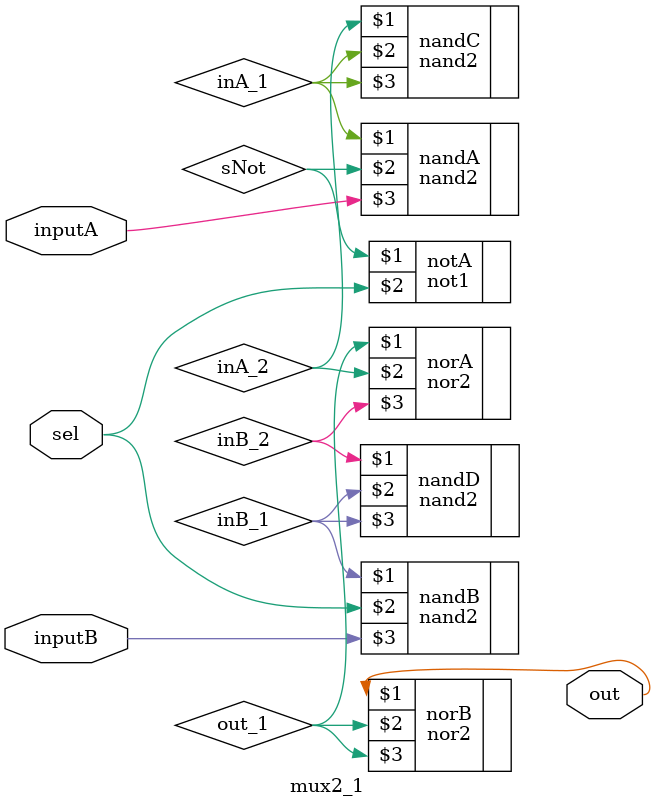
<source format=v>
/*
    CS/ECE 552 Spring '23
    Homework #1, Problem 1

    2-1 mux template
*/
`default_nettype none
module mux2_1(out, inputA, inputB, sel);
    output wire  out;
    input wire  inputA, inputB;
    input wire  sel;

    wire inA_1, inB_1, inA_2, inB_2, out_1, sNot;
    not1 notA(sNot, sel);
    nand2 nandA(inA_1, sNot, inputA);
    nand2 nandB(inB_1, sel, inputB);
    nand2 nandC(inA_2, inA_1, inA_1);
    nand2 nandD(inB_2, inB_1, inB_1);
    nor2 norA(out_1, inA_2, inB_2);
    nor2 norB(out, out_1, out_1);
    
endmodule
`default_nettype wire

</source>
